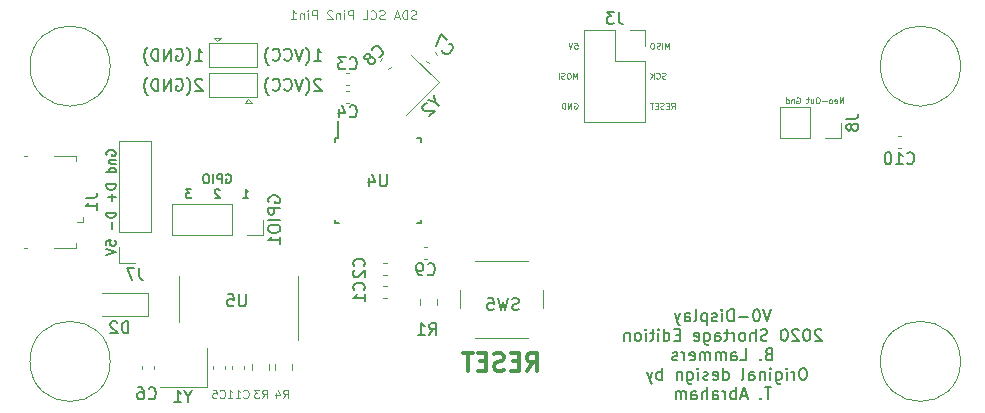
<source format=gbr>
G04 #@! TF.GenerationSoftware,KiCad,Pcbnew,(5.1.9)-1*
G04 #@! TF.CreationDate,2021-05-05T15:50:03+02:00*
G04 #@! TF.ProjectId,V0_Display,56305f44-6973-4706-9c61-792e6b696361,rev?*
G04 #@! TF.SameCoordinates,Original*
G04 #@! TF.FileFunction,Legend,Bot*
G04 #@! TF.FilePolarity,Positive*
%FSLAX46Y46*%
G04 Gerber Fmt 4.6, Leading zero omitted, Abs format (unit mm)*
G04 Created by KiCad (PCBNEW (5.1.9)-1) date 2021-05-05 15:50:03*
%MOMM*%
%LPD*%
G01*
G04 APERTURE LIST*
%ADD10C,0.100000*%
%ADD11C,0.150000*%
%ADD12C,0.120000*%
%ADD13C,0.300000*%
G04 APERTURE END LIST*
D10*
X132108857Y-56708190D02*
X132108857Y-56208190D01*
X131942190Y-56565333D01*
X131775523Y-56208190D01*
X131775523Y-56708190D01*
X131442190Y-56208190D02*
X131346952Y-56208190D01*
X131299333Y-56232000D01*
X131251714Y-56279619D01*
X131227904Y-56374857D01*
X131227904Y-56541523D01*
X131251714Y-56636761D01*
X131299333Y-56684380D01*
X131346952Y-56708190D01*
X131442190Y-56708190D01*
X131489809Y-56684380D01*
X131537428Y-56636761D01*
X131561238Y-56541523D01*
X131561238Y-56374857D01*
X131537428Y-56279619D01*
X131489809Y-56232000D01*
X131442190Y-56208190D01*
X131037428Y-56684380D02*
X130966000Y-56708190D01*
X130846952Y-56708190D01*
X130799333Y-56684380D01*
X130775523Y-56660571D01*
X130751714Y-56612952D01*
X130751714Y-56565333D01*
X130775523Y-56517714D01*
X130799333Y-56493904D01*
X130846952Y-56470095D01*
X130942190Y-56446285D01*
X130989809Y-56422476D01*
X131013619Y-56398666D01*
X131037428Y-56351047D01*
X131037428Y-56303428D01*
X131013619Y-56255809D01*
X130989809Y-56232000D01*
X130942190Y-56208190D01*
X130823143Y-56208190D01*
X130751714Y-56232000D01*
X130537428Y-56708190D02*
X130537428Y-56208190D01*
X140066190Y-59248190D02*
X140232857Y-59010095D01*
X140351904Y-59248190D02*
X140351904Y-58748190D01*
X140161428Y-58748190D01*
X140113809Y-58772000D01*
X140090000Y-58795809D01*
X140066190Y-58843428D01*
X140066190Y-58914857D01*
X140090000Y-58962476D01*
X140113809Y-58986285D01*
X140161428Y-59010095D01*
X140351904Y-59010095D01*
X139851904Y-58986285D02*
X139685238Y-58986285D01*
X139613809Y-59248190D02*
X139851904Y-59248190D01*
X139851904Y-58748190D01*
X139613809Y-58748190D01*
X139423333Y-59224380D02*
X139351904Y-59248190D01*
X139232857Y-59248190D01*
X139185238Y-59224380D01*
X139161428Y-59200571D01*
X139137619Y-59152952D01*
X139137619Y-59105333D01*
X139161428Y-59057714D01*
X139185238Y-59033904D01*
X139232857Y-59010095D01*
X139328095Y-58986285D01*
X139375714Y-58962476D01*
X139399523Y-58938666D01*
X139423333Y-58891047D01*
X139423333Y-58843428D01*
X139399523Y-58795809D01*
X139375714Y-58772000D01*
X139328095Y-58748190D01*
X139209047Y-58748190D01*
X139137619Y-58772000D01*
X138923333Y-58986285D02*
X138756666Y-58986285D01*
X138685238Y-59248190D02*
X138923333Y-59248190D01*
X138923333Y-58748190D01*
X138685238Y-58748190D01*
X138542380Y-58748190D02*
X138256666Y-58748190D01*
X138399523Y-59248190D02*
X138399523Y-58748190D01*
X139590000Y-56684380D02*
X139518571Y-56708190D01*
X139399523Y-56708190D01*
X139351904Y-56684380D01*
X139328095Y-56660571D01*
X139304285Y-56612952D01*
X139304285Y-56565333D01*
X139328095Y-56517714D01*
X139351904Y-56493904D01*
X139399523Y-56470095D01*
X139494762Y-56446285D01*
X139542381Y-56422476D01*
X139566190Y-56398666D01*
X139590000Y-56351047D01*
X139590000Y-56303428D01*
X139566190Y-56255809D01*
X139542381Y-56232000D01*
X139494762Y-56208190D01*
X139375714Y-56208190D01*
X139304285Y-56232000D01*
X138804285Y-56660571D02*
X138828095Y-56684380D01*
X138899523Y-56708190D01*
X138947143Y-56708190D01*
X139018571Y-56684380D01*
X139066190Y-56636761D01*
X139090000Y-56589142D01*
X139113809Y-56493904D01*
X139113809Y-56422476D01*
X139090000Y-56327238D01*
X139066190Y-56279619D01*
X139018571Y-56232000D01*
X138947143Y-56208190D01*
X138899523Y-56208190D01*
X138828095Y-56232000D01*
X138804285Y-56255809D01*
X138590000Y-56708190D02*
X138590000Y-56208190D01*
X138304285Y-56708190D02*
X138518571Y-56422476D01*
X138304285Y-56208190D02*
X138590000Y-56493904D01*
X139899524Y-54168190D02*
X139899524Y-53668190D01*
X139732857Y-54025333D01*
X139566190Y-53668190D01*
X139566190Y-54168190D01*
X139328095Y-54168190D02*
X139328095Y-53668190D01*
X139113810Y-54144380D02*
X139042381Y-54168190D01*
X138923333Y-54168190D01*
X138875714Y-54144380D01*
X138851905Y-54120571D01*
X138828095Y-54072952D01*
X138828095Y-54025333D01*
X138851905Y-53977714D01*
X138875714Y-53953904D01*
X138923333Y-53930095D01*
X139018571Y-53906285D01*
X139066190Y-53882476D01*
X139090000Y-53858666D01*
X139113810Y-53811047D01*
X139113810Y-53763428D01*
X139090000Y-53715809D01*
X139066190Y-53692000D01*
X139018571Y-53668190D01*
X138899524Y-53668190D01*
X138828095Y-53692000D01*
X138518571Y-53668190D02*
X138423333Y-53668190D01*
X138375714Y-53692000D01*
X138328095Y-53739619D01*
X138304286Y-53834857D01*
X138304286Y-54001523D01*
X138328095Y-54096761D01*
X138375714Y-54144380D01*
X138423333Y-54168190D01*
X138518571Y-54168190D01*
X138566190Y-54144380D01*
X138613810Y-54096761D01*
X138637619Y-54001523D01*
X138637619Y-53834857D01*
X138613810Y-53739619D01*
X138566190Y-53692000D01*
X138518571Y-53668190D01*
X131846952Y-58772000D02*
X131894571Y-58748190D01*
X131966000Y-58748190D01*
X132037428Y-58772000D01*
X132085047Y-58819619D01*
X132108857Y-58867238D01*
X132132666Y-58962476D01*
X132132666Y-59033904D01*
X132108857Y-59129142D01*
X132085047Y-59176761D01*
X132037428Y-59224380D01*
X131966000Y-59248190D01*
X131918380Y-59248190D01*
X131846952Y-59224380D01*
X131823142Y-59200571D01*
X131823142Y-59033904D01*
X131918380Y-59033904D01*
X131608857Y-59248190D02*
X131608857Y-58748190D01*
X131323142Y-59248190D01*
X131323142Y-58748190D01*
X131085047Y-59248190D02*
X131085047Y-58748190D01*
X130966000Y-58748190D01*
X130894571Y-58772000D01*
X130846952Y-58819619D01*
X130823142Y-58867238D01*
X130799333Y-58962476D01*
X130799333Y-59033904D01*
X130823142Y-59129142D01*
X130846952Y-59176761D01*
X130894571Y-59224380D01*
X130966000Y-59248190D01*
X131085047Y-59248190D01*
X131870762Y-53668190D02*
X132108857Y-53668190D01*
X132132666Y-53906285D01*
X132108857Y-53882476D01*
X132061238Y-53858666D01*
X131942190Y-53858666D01*
X131894571Y-53882476D01*
X131870762Y-53906285D01*
X131846952Y-53953904D01*
X131846952Y-54072952D01*
X131870762Y-54120571D01*
X131894571Y-54144380D01*
X131942190Y-54168190D01*
X132061238Y-54168190D01*
X132108857Y-54144380D01*
X132132666Y-54120571D01*
X131704095Y-53668190D02*
X131537428Y-54168190D01*
X131370762Y-53668190D01*
D11*
X148539047Y-76256380D02*
X148205714Y-77256380D01*
X147872380Y-76256380D01*
X147348571Y-76256380D02*
X147253333Y-76256380D01*
X147158095Y-76304000D01*
X147110476Y-76351619D01*
X147062857Y-76446857D01*
X147015238Y-76637333D01*
X147015238Y-76875428D01*
X147062857Y-77065904D01*
X147110476Y-77161142D01*
X147158095Y-77208761D01*
X147253333Y-77256380D01*
X147348571Y-77256380D01*
X147443809Y-77208761D01*
X147491428Y-77161142D01*
X147539047Y-77065904D01*
X147586666Y-76875428D01*
X147586666Y-76637333D01*
X147539047Y-76446857D01*
X147491428Y-76351619D01*
X147443809Y-76304000D01*
X147348571Y-76256380D01*
X146586666Y-76875428D02*
X145824761Y-76875428D01*
X145348571Y-77256380D02*
X145348571Y-76256380D01*
X145110476Y-76256380D01*
X144967619Y-76304000D01*
X144872380Y-76399238D01*
X144824761Y-76494476D01*
X144777142Y-76684952D01*
X144777142Y-76827809D01*
X144824761Y-77018285D01*
X144872380Y-77113523D01*
X144967619Y-77208761D01*
X145110476Y-77256380D01*
X145348571Y-77256380D01*
X144348571Y-77256380D02*
X144348571Y-76589714D01*
X144348571Y-76256380D02*
X144396190Y-76304000D01*
X144348571Y-76351619D01*
X144300952Y-76304000D01*
X144348571Y-76256380D01*
X144348571Y-76351619D01*
X143920000Y-77208761D02*
X143824761Y-77256380D01*
X143634285Y-77256380D01*
X143539047Y-77208761D01*
X143491428Y-77113523D01*
X143491428Y-77065904D01*
X143539047Y-76970666D01*
X143634285Y-76923047D01*
X143777142Y-76923047D01*
X143872380Y-76875428D01*
X143920000Y-76780190D01*
X143920000Y-76732571D01*
X143872380Y-76637333D01*
X143777142Y-76589714D01*
X143634285Y-76589714D01*
X143539047Y-76637333D01*
X143062857Y-76589714D02*
X143062857Y-77589714D01*
X143062857Y-76637333D02*
X142967619Y-76589714D01*
X142777142Y-76589714D01*
X142681904Y-76637333D01*
X142634285Y-76684952D01*
X142586666Y-76780190D01*
X142586666Y-77065904D01*
X142634285Y-77161142D01*
X142681904Y-77208761D01*
X142777142Y-77256380D01*
X142967619Y-77256380D01*
X143062857Y-77208761D01*
X142015238Y-77256380D02*
X142110476Y-77208761D01*
X142158095Y-77113523D01*
X142158095Y-76256380D01*
X141205714Y-77256380D02*
X141205714Y-76732571D01*
X141253333Y-76637333D01*
X141348571Y-76589714D01*
X141539047Y-76589714D01*
X141634285Y-76637333D01*
X141205714Y-77208761D02*
X141300952Y-77256380D01*
X141539047Y-77256380D01*
X141634285Y-77208761D01*
X141681904Y-77113523D01*
X141681904Y-77018285D01*
X141634285Y-76923047D01*
X141539047Y-76875428D01*
X141300952Y-76875428D01*
X141205714Y-76827809D01*
X140824761Y-76589714D02*
X140586666Y-77256380D01*
X140348571Y-76589714D02*
X140586666Y-77256380D01*
X140681904Y-77494476D01*
X140729523Y-77542095D01*
X140824761Y-77589714D01*
X152777142Y-78001619D02*
X152729523Y-77954000D01*
X152634285Y-77906380D01*
X152396190Y-77906380D01*
X152300952Y-77954000D01*
X152253333Y-78001619D01*
X152205714Y-78096857D01*
X152205714Y-78192095D01*
X152253333Y-78334952D01*
X152824761Y-78906380D01*
X152205714Y-78906380D01*
X151586666Y-77906380D02*
X151491428Y-77906380D01*
X151396190Y-77954000D01*
X151348571Y-78001619D01*
X151300952Y-78096857D01*
X151253333Y-78287333D01*
X151253333Y-78525428D01*
X151300952Y-78715904D01*
X151348571Y-78811142D01*
X151396190Y-78858761D01*
X151491428Y-78906380D01*
X151586666Y-78906380D01*
X151681904Y-78858761D01*
X151729523Y-78811142D01*
X151777142Y-78715904D01*
X151824761Y-78525428D01*
X151824761Y-78287333D01*
X151777142Y-78096857D01*
X151729523Y-78001619D01*
X151681904Y-77954000D01*
X151586666Y-77906380D01*
X150872380Y-78001619D02*
X150824761Y-77954000D01*
X150729523Y-77906380D01*
X150491428Y-77906380D01*
X150396190Y-77954000D01*
X150348571Y-78001619D01*
X150300952Y-78096857D01*
X150300952Y-78192095D01*
X150348571Y-78334952D01*
X150920000Y-78906380D01*
X150300952Y-78906380D01*
X149681904Y-77906380D02*
X149586666Y-77906380D01*
X149491428Y-77954000D01*
X149443809Y-78001619D01*
X149396190Y-78096857D01*
X149348571Y-78287333D01*
X149348571Y-78525428D01*
X149396190Y-78715904D01*
X149443809Y-78811142D01*
X149491428Y-78858761D01*
X149586666Y-78906380D01*
X149681904Y-78906380D01*
X149777142Y-78858761D01*
X149824761Y-78811142D01*
X149872380Y-78715904D01*
X149920000Y-78525428D01*
X149920000Y-78287333D01*
X149872380Y-78096857D01*
X149824761Y-78001619D01*
X149777142Y-77954000D01*
X149681904Y-77906380D01*
X148205714Y-78858761D02*
X148062857Y-78906380D01*
X147824761Y-78906380D01*
X147729523Y-78858761D01*
X147681904Y-78811142D01*
X147634285Y-78715904D01*
X147634285Y-78620666D01*
X147681904Y-78525428D01*
X147729523Y-78477809D01*
X147824761Y-78430190D01*
X148015238Y-78382571D01*
X148110476Y-78334952D01*
X148158095Y-78287333D01*
X148205714Y-78192095D01*
X148205714Y-78096857D01*
X148158095Y-78001619D01*
X148110476Y-77954000D01*
X148015238Y-77906380D01*
X147777142Y-77906380D01*
X147634285Y-77954000D01*
X147205714Y-78906380D02*
X147205714Y-77906380D01*
X146777142Y-78906380D02*
X146777142Y-78382571D01*
X146824761Y-78287333D01*
X146920000Y-78239714D01*
X147062857Y-78239714D01*
X147158095Y-78287333D01*
X147205714Y-78334952D01*
X146158095Y-78906380D02*
X146253333Y-78858761D01*
X146300952Y-78811142D01*
X146348571Y-78715904D01*
X146348571Y-78430190D01*
X146300952Y-78334952D01*
X146253333Y-78287333D01*
X146158095Y-78239714D01*
X146015238Y-78239714D01*
X145920000Y-78287333D01*
X145872380Y-78334952D01*
X145824761Y-78430190D01*
X145824761Y-78715904D01*
X145872380Y-78811142D01*
X145920000Y-78858761D01*
X146015238Y-78906380D01*
X146158095Y-78906380D01*
X145396190Y-78906380D02*
X145396190Y-78239714D01*
X145396190Y-78430190D02*
X145348571Y-78334952D01*
X145300952Y-78287333D01*
X145205714Y-78239714D01*
X145110476Y-78239714D01*
X144920000Y-78239714D02*
X144539047Y-78239714D01*
X144777142Y-77906380D02*
X144777142Y-78763523D01*
X144729523Y-78858761D01*
X144634285Y-78906380D01*
X144539047Y-78906380D01*
X143777142Y-78906380D02*
X143777142Y-78382571D01*
X143824761Y-78287333D01*
X143920000Y-78239714D01*
X144110476Y-78239714D01*
X144205714Y-78287333D01*
X143777142Y-78858761D02*
X143872380Y-78906380D01*
X144110476Y-78906380D01*
X144205714Y-78858761D01*
X144253333Y-78763523D01*
X144253333Y-78668285D01*
X144205714Y-78573047D01*
X144110476Y-78525428D01*
X143872380Y-78525428D01*
X143777142Y-78477809D01*
X142872380Y-78239714D02*
X142872380Y-79049238D01*
X142920000Y-79144476D01*
X142967619Y-79192095D01*
X143062857Y-79239714D01*
X143205714Y-79239714D01*
X143300952Y-79192095D01*
X142872380Y-78858761D02*
X142967619Y-78906380D01*
X143158095Y-78906380D01*
X143253333Y-78858761D01*
X143300952Y-78811142D01*
X143348571Y-78715904D01*
X143348571Y-78430190D01*
X143300952Y-78334952D01*
X143253333Y-78287333D01*
X143158095Y-78239714D01*
X142967619Y-78239714D01*
X142872380Y-78287333D01*
X142015238Y-78858761D02*
X142110476Y-78906380D01*
X142300952Y-78906380D01*
X142396190Y-78858761D01*
X142443809Y-78763523D01*
X142443809Y-78382571D01*
X142396190Y-78287333D01*
X142300952Y-78239714D01*
X142110476Y-78239714D01*
X142015238Y-78287333D01*
X141967619Y-78382571D01*
X141967619Y-78477809D01*
X142443809Y-78573047D01*
X140777142Y-78382571D02*
X140443809Y-78382571D01*
X140300952Y-78906380D02*
X140777142Y-78906380D01*
X140777142Y-77906380D01*
X140300952Y-77906380D01*
X139443809Y-78906380D02*
X139443809Y-77906380D01*
X139443809Y-78858761D02*
X139539047Y-78906380D01*
X139729523Y-78906380D01*
X139824761Y-78858761D01*
X139872380Y-78811142D01*
X139920000Y-78715904D01*
X139920000Y-78430190D01*
X139872380Y-78334952D01*
X139824761Y-78287333D01*
X139729523Y-78239714D01*
X139539047Y-78239714D01*
X139443809Y-78287333D01*
X138967619Y-78906380D02*
X138967619Y-78239714D01*
X138967619Y-77906380D02*
X139015238Y-77954000D01*
X138967619Y-78001619D01*
X138920000Y-77954000D01*
X138967619Y-77906380D01*
X138967619Y-78001619D01*
X138634285Y-78239714D02*
X138253333Y-78239714D01*
X138491428Y-77906380D02*
X138491428Y-78763523D01*
X138443809Y-78858761D01*
X138348571Y-78906380D01*
X138253333Y-78906380D01*
X137920000Y-78906380D02*
X137920000Y-78239714D01*
X137920000Y-77906380D02*
X137967619Y-77954000D01*
X137920000Y-78001619D01*
X137872380Y-77954000D01*
X137920000Y-77906380D01*
X137920000Y-78001619D01*
X137300952Y-78906380D02*
X137396190Y-78858761D01*
X137443809Y-78811142D01*
X137491428Y-78715904D01*
X137491428Y-78430190D01*
X137443809Y-78334952D01*
X137396190Y-78287333D01*
X137300952Y-78239714D01*
X137158095Y-78239714D01*
X137062857Y-78287333D01*
X137015238Y-78334952D01*
X136967619Y-78430190D01*
X136967619Y-78715904D01*
X137015238Y-78811142D01*
X137062857Y-78858761D01*
X137158095Y-78906380D01*
X137300952Y-78906380D01*
X136539047Y-78239714D02*
X136539047Y-78906380D01*
X136539047Y-78334952D02*
X136491428Y-78287333D01*
X136396190Y-78239714D01*
X136253333Y-78239714D01*
X136158095Y-78287333D01*
X136110476Y-78382571D01*
X136110476Y-78906380D01*
X148300952Y-80032571D02*
X148158095Y-80080190D01*
X148110476Y-80127809D01*
X148062857Y-80223047D01*
X148062857Y-80365904D01*
X148110476Y-80461142D01*
X148158095Y-80508761D01*
X148253333Y-80556380D01*
X148634285Y-80556380D01*
X148634285Y-79556380D01*
X148300952Y-79556380D01*
X148205714Y-79604000D01*
X148158095Y-79651619D01*
X148110476Y-79746857D01*
X148110476Y-79842095D01*
X148158095Y-79937333D01*
X148205714Y-79984952D01*
X148300952Y-80032571D01*
X148634285Y-80032571D01*
X147634285Y-80461142D02*
X147586666Y-80508761D01*
X147634285Y-80556380D01*
X147681904Y-80508761D01*
X147634285Y-80461142D01*
X147634285Y-80556380D01*
X145920000Y-80556380D02*
X146396190Y-80556380D01*
X146396190Y-79556380D01*
X145158095Y-80556380D02*
X145158095Y-80032571D01*
X145205714Y-79937333D01*
X145300952Y-79889714D01*
X145491428Y-79889714D01*
X145586666Y-79937333D01*
X145158095Y-80508761D02*
X145253333Y-80556380D01*
X145491428Y-80556380D01*
X145586666Y-80508761D01*
X145634285Y-80413523D01*
X145634285Y-80318285D01*
X145586666Y-80223047D01*
X145491428Y-80175428D01*
X145253333Y-80175428D01*
X145158095Y-80127809D01*
X144681904Y-80556380D02*
X144681904Y-79889714D01*
X144681904Y-79984952D02*
X144634285Y-79937333D01*
X144539047Y-79889714D01*
X144396190Y-79889714D01*
X144300952Y-79937333D01*
X144253333Y-80032571D01*
X144253333Y-80556380D01*
X144253333Y-80032571D02*
X144205714Y-79937333D01*
X144110476Y-79889714D01*
X143967619Y-79889714D01*
X143872380Y-79937333D01*
X143824761Y-80032571D01*
X143824761Y-80556380D01*
X143348571Y-80556380D02*
X143348571Y-79889714D01*
X143348571Y-79984952D02*
X143300952Y-79937333D01*
X143205714Y-79889714D01*
X143062857Y-79889714D01*
X142967619Y-79937333D01*
X142920000Y-80032571D01*
X142920000Y-80556380D01*
X142920000Y-80032571D02*
X142872380Y-79937333D01*
X142777142Y-79889714D01*
X142634285Y-79889714D01*
X142539047Y-79937333D01*
X142491428Y-80032571D01*
X142491428Y-80556380D01*
X141634285Y-80508761D02*
X141729523Y-80556380D01*
X141920000Y-80556380D01*
X142015238Y-80508761D01*
X142062857Y-80413523D01*
X142062857Y-80032571D01*
X142015238Y-79937333D01*
X141920000Y-79889714D01*
X141729523Y-79889714D01*
X141634285Y-79937333D01*
X141586666Y-80032571D01*
X141586666Y-80127809D01*
X142062857Y-80223047D01*
X141158095Y-80556380D02*
X141158095Y-79889714D01*
X141158095Y-80080190D02*
X141110476Y-79984952D01*
X141062857Y-79937333D01*
X140967619Y-79889714D01*
X140872380Y-79889714D01*
X140586666Y-80508761D02*
X140491428Y-80556380D01*
X140300952Y-80556380D01*
X140205714Y-80508761D01*
X140158095Y-80413523D01*
X140158095Y-80365904D01*
X140205714Y-80270666D01*
X140300952Y-80223047D01*
X140443809Y-80223047D01*
X140539047Y-80175428D01*
X140586666Y-80080190D01*
X140586666Y-80032571D01*
X140539047Y-79937333D01*
X140443809Y-79889714D01*
X140300952Y-79889714D01*
X140205714Y-79937333D01*
X151324761Y-81206380D02*
X151134285Y-81206380D01*
X151039047Y-81254000D01*
X150943809Y-81349238D01*
X150896190Y-81539714D01*
X150896190Y-81873047D01*
X150943809Y-82063523D01*
X151039047Y-82158761D01*
X151134285Y-82206380D01*
X151324761Y-82206380D01*
X151420000Y-82158761D01*
X151515238Y-82063523D01*
X151562857Y-81873047D01*
X151562857Y-81539714D01*
X151515238Y-81349238D01*
X151420000Y-81254000D01*
X151324761Y-81206380D01*
X150467619Y-82206380D02*
X150467619Y-81539714D01*
X150467619Y-81730190D02*
X150420000Y-81634952D01*
X150372380Y-81587333D01*
X150277142Y-81539714D01*
X150181904Y-81539714D01*
X149848571Y-82206380D02*
X149848571Y-81539714D01*
X149848571Y-81206380D02*
X149896190Y-81254000D01*
X149848571Y-81301619D01*
X149800952Y-81254000D01*
X149848571Y-81206380D01*
X149848571Y-81301619D01*
X148943809Y-81539714D02*
X148943809Y-82349238D01*
X148991428Y-82444476D01*
X149039047Y-82492095D01*
X149134285Y-82539714D01*
X149277142Y-82539714D01*
X149372380Y-82492095D01*
X148943809Y-82158761D02*
X149039047Y-82206380D01*
X149229523Y-82206380D01*
X149324761Y-82158761D01*
X149372380Y-82111142D01*
X149420000Y-82015904D01*
X149420000Y-81730190D01*
X149372380Y-81634952D01*
X149324761Y-81587333D01*
X149229523Y-81539714D01*
X149039047Y-81539714D01*
X148943809Y-81587333D01*
X148467619Y-82206380D02*
X148467619Y-81539714D01*
X148467619Y-81206380D02*
X148515238Y-81254000D01*
X148467619Y-81301619D01*
X148420000Y-81254000D01*
X148467619Y-81206380D01*
X148467619Y-81301619D01*
X147991428Y-81539714D02*
X147991428Y-82206380D01*
X147991428Y-81634952D02*
X147943809Y-81587333D01*
X147848571Y-81539714D01*
X147705714Y-81539714D01*
X147610476Y-81587333D01*
X147562857Y-81682571D01*
X147562857Y-82206380D01*
X146658095Y-82206380D02*
X146658095Y-81682571D01*
X146705714Y-81587333D01*
X146800952Y-81539714D01*
X146991428Y-81539714D01*
X147086666Y-81587333D01*
X146658095Y-82158761D02*
X146753333Y-82206380D01*
X146991428Y-82206380D01*
X147086666Y-82158761D01*
X147134285Y-82063523D01*
X147134285Y-81968285D01*
X147086666Y-81873047D01*
X146991428Y-81825428D01*
X146753333Y-81825428D01*
X146658095Y-81777809D01*
X146039047Y-82206380D02*
X146134285Y-82158761D01*
X146181904Y-82063523D01*
X146181904Y-81206380D01*
X144467619Y-82206380D02*
X144467619Y-81206380D01*
X144467619Y-82158761D02*
X144562857Y-82206380D01*
X144753333Y-82206380D01*
X144848571Y-82158761D01*
X144896190Y-82111142D01*
X144943809Y-82015904D01*
X144943809Y-81730190D01*
X144896190Y-81634952D01*
X144848571Y-81587333D01*
X144753333Y-81539714D01*
X144562857Y-81539714D01*
X144467619Y-81587333D01*
X143610476Y-82158761D02*
X143705714Y-82206380D01*
X143896190Y-82206380D01*
X143991428Y-82158761D01*
X144039047Y-82063523D01*
X144039047Y-81682571D01*
X143991428Y-81587333D01*
X143896190Y-81539714D01*
X143705714Y-81539714D01*
X143610476Y-81587333D01*
X143562857Y-81682571D01*
X143562857Y-81777809D01*
X144039047Y-81873047D01*
X143181904Y-82158761D02*
X143086666Y-82206380D01*
X142896190Y-82206380D01*
X142800952Y-82158761D01*
X142753333Y-82063523D01*
X142753333Y-82015904D01*
X142800952Y-81920666D01*
X142896190Y-81873047D01*
X143039047Y-81873047D01*
X143134285Y-81825428D01*
X143181904Y-81730190D01*
X143181904Y-81682571D01*
X143134285Y-81587333D01*
X143039047Y-81539714D01*
X142896190Y-81539714D01*
X142800952Y-81587333D01*
X142324761Y-82206380D02*
X142324761Y-81539714D01*
X142324761Y-81206380D02*
X142372380Y-81254000D01*
X142324761Y-81301619D01*
X142277142Y-81254000D01*
X142324761Y-81206380D01*
X142324761Y-81301619D01*
X141420000Y-81539714D02*
X141420000Y-82349238D01*
X141467619Y-82444476D01*
X141515238Y-82492095D01*
X141610476Y-82539714D01*
X141753333Y-82539714D01*
X141848571Y-82492095D01*
X141420000Y-82158761D02*
X141515238Y-82206380D01*
X141705714Y-82206380D01*
X141800952Y-82158761D01*
X141848571Y-82111142D01*
X141896190Y-82015904D01*
X141896190Y-81730190D01*
X141848571Y-81634952D01*
X141800952Y-81587333D01*
X141705714Y-81539714D01*
X141515238Y-81539714D01*
X141420000Y-81587333D01*
X140943809Y-81539714D02*
X140943809Y-82206380D01*
X140943809Y-81634952D02*
X140896190Y-81587333D01*
X140800952Y-81539714D01*
X140658095Y-81539714D01*
X140562857Y-81587333D01*
X140515238Y-81682571D01*
X140515238Y-82206380D01*
X139277142Y-82206380D02*
X139277142Y-81206380D01*
X139277142Y-81587333D02*
X139181904Y-81539714D01*
X138991428Y-81539714D01*
X138896190Y-81587333D01*
X138848571Y-81634952D01*
X138800952Y-81730190D01*
X138800952Y-82015904D01*
X138848571Y-82111142D01*
X138896190Y-82158761D01*
X138991428Y-82206380D01*
X139181904Y-82206380D01*
X139277142Y-82158761D01*
X138467619Y-81539714D02*
X138229523Y-82206380D01*
X137991428Y-81539714D02*
X138229523Y-82206380D01*
X138324761Y-82444476D01*
X138372380Y-82492095D01*
X138467619Y-82539714D01*
X148539047Y-82856380D02*
X147967619Y-82856380D01*
X148253333Y-83856380D02*
X148253333Y-82856380D01*
X147634285Y-83761142D02*
X147586666Y-83808761D01*
X147634285Y-83856380D01*
X147681904Y-83808761D01*
X147634285Y-83761142D01*
X147634285Y-83856380D01*
X146443809Y-83570666D02*
X145967619Y-83570666D01*
X146539047Y-83856380D02*
X146205714Y-82856380D01*
X145872380Y-83856380D01*
X145539047Y-83856380D02*
X145539047Y-82856380D01*
X145539047Y-83237333D02*
X145443809Y-83189714D01*
X145253333Y-83189714D01*
X145158095Y-83237333D01*
X145110476Y-83284952D01*
X145062857Y-83380190D01*
X145062857Y-83665904D01*
X145110476Y-83761142D01*
X145158095Y-83808761D01*
X145253333Y-83856380D01*
X145443809Y-83856380D01*
X145539047Y-83808761D01*
X144634285Y-83856380D02*
X144634285Y-83189714D01*
X144634285Y-83380190D02*
X144586666Y-83284952D01*
X144539047Y-83237333D01*
X144443809Y-83189714D01*
X144348571Y-83189714D01*
X143586666Y-83856380D02*
X143586666Y-83332571D01*
X143634285Y-83237333D01*
X143729523Y-83189714D01*
X143920000Y-83189714D01*
X144015238Y-83237333D01*
X143586666Y-83808761D02*
X143681904Y-83856380D01*
X143920000Y-83856380D01*
X144015238Y-83808761D01*
X144062857Y-83713523D01*
X144062857Y-83618285D01*
X144015238Y-83523047D01*
X143920000Y-83475428D01*
X143681904Y-83475428D01*
X143586666Y-83427809D01*
X143110476Y-83856380D02*
X143110476Y-82856380D01*
X142681904Y-83856380D02*
X142681904Y-83332571D01*
X142729523Y-83237333D01*
X142824761Y-83189714D01*
X142967619Y-83189714D01*
X143062857Y-83237333D01*
X143110476Y-83284952D01*
X141777142Y-83856380D02*
X141777142Y-83332571D01*
X141824761Y-83237333D01*
X141920000Y-83189714D01*
X142110476Y-83189714D01*
X142205714Y-83237333D01*
X141777142Y-83808761D02*
X141872380Y-83856380D01*
X142110476Y-83856380D01*
X142205714Y-83808761D01*
X142253333Y-83713523D01*
X142253333Y-83618285D01*
X142205714Y-83523047D01*
X142110476Y-83475428D01*
X141872380Y-83475428D01*
X141777142Y-83427809D01*
X141300952Y-83856380D02*
X141300952Y-83189714D01*
X141300952Y-83284952D02*
X141253333Y-83237333D01*
X141158095Y-83189714D01*
X141015238Y-83189714D01*
X140920000Y-83237333D01*
X140872380Y-83332571D01*
X140872380Y-83856380D01*
X140872380Y-83332571D02*
X140824761Y-83237333D01*
X140729523Y-83189714D01*
X140586666Y-83189714D01*
X140491428Y-83237333D01*
X140443809Y-83332571D01*
X140443809Y-83856380D01*
D10*
X154621666Y-58791190D02*
X154621666Y-58291190D01*
X154335952Y-58791190D01*
X154335952Y-58291190D01*
X153907380Y-58767380D02*
X153955000Y-58791190D01*
X154050238Y-58791190D01*
X154097857Y-58767380D01*
X154121666Y-58719761D01*
X154121666Y-58529285D01*
X154097857Y-58481666D01*
X154050238Y-58457857D01*
X153955000Y-58457857D01*
X153907380Y-58481666D01*
X153883571Y-58529285D01*
X153883571Y-58576904D01*
X154121666Y-58624523D01*
X153597857Y-58791190D02*
X153645476Y-58767380D01*
X153669285Y-58743571D01*
X153693095Y-58695952D01*
X153693095Y-58553095D01*
X153669285Y-58505476D01*
X153645476Y-58481666D01*
X153597857Y-58457857D01*
X153526428Y-58457857D01*
X153478809Y-58481666D01*
X153455000Y-58505476D01*
X153431190Y-58553095D01*
X153431190Y-58695952D01*
X153455000Y-58743571D01*
X153478809Y-58767380D01*
X153526428Y-58791190D01*
X153597857Y-58791190D01*
X153216904Y-58600714D02*
X152835952Y-58600714D01*
X152502619Y-58291190D02*
X152407380Y-58291190D01*
X152359761Y-58315000D01*
X152312142Y-58362619D01*
X152288333Y-58457857D01*
X152288333Y-58624523D01*
X152312142Y-58719761D01*
X152359761Y-58767380D01*
X152407380Y-58791190D01*
X152502619Y-58791190D01*
X152550238Y-58767380D01*
X152597857Y-58719761D01*
X152621666Y-58624523D01*
X152621666Y-58457857D01*
X152597857Y-58362619D01*
X152550238Y-58315000D01*
X152502619Y-58291190D01*
X151859761Y-58457857D02*
X151859761Y-58791190D01*
X152074047Y-58457857D02*
X152074047Y-58719761D01*
X152050238Y-58767380D01*
X152002619Y-58791190D01*
X151931190Y-58791190D01*
X151883571Y-58767380D01*
X151859761Y-58743571D01*
X151693095Y-58457857D02*
X151502619Y-58457857D01*
X151621666Y-58291190D02*
X151621666Y-58719761D01*
X151597857Y-58767380D01*
X151550238Y-58791190D01*
X151502619Y-58791190D01*
X150693095Y-58315000D02*
X150740714Y-58291190D01*
X150812142Y-58291190D01*
X150883571Y-58315000D01*
X150931190Y-58362619D01*
X150955000Y-58410238D01*
X150978809Y-58505476D01*
X150978809Y-58576904D01*
X150955000Y-58672142D01*
X150931190Y-58719761D01*
X150883571Y-58767380D01*
X150812142Y-58791190D01*
X150764523Y-58791190D01*
X150693095Y-58767380D01*
X150669285Y-58743571D01*
X150669285Y-58576904D01*
X150764523Y-58576904D01*
X150455000Y-58457857D02*
X150455000Y-58791190D01*
X150455000Y-58505476D02*
X150431190Y-58481666D01*
X150383571Y-58457857D01*
X150312142Y-58457857D01*
X150264523Y-58481666D01*
X150240714Y-58529285D01*
X150240714Y-58791190D01*
X149788333Y-58791190D02*
X149788333Y-58291190D01*
X149788333Y-58767380D02*
X149835952Y-58791190D01*
X149931190Y-58791190D01*
X149978809Y-58767380D01*
X150002619Y-58743571D01*
X150026428Y-58695952D01*
X150026428Y-58553095D01*
X150002619Y-58505476D01*
X149978809Y-58481666D01*
X149931190Y-58457857D01*
X149835952Y-58457857D01*
X149788333Y-58481666D01*
D11*
X110410952Y-56817619D02*
X110363333Y-56770000D01*
X110268095Y-56722380D01*
X110030000Y-56722380D01*
X109934761Y-56770000D01*
X109887142Y-56817619D01*
X109839523Y-56912857D01*
X109839523Y-57008095D01*
X109887142Y-57150952D01*
X110458571Y-57722380D01*
X109839523Y-57722380D01*
X109125238Y-58103333D02*
X109172857Y-58055714D01*
X109268095Y-57912857D01*
X109315714Y-57817619D01*
X109363333Y-57674761D01*
X109410952Y-57436666D01*
X109410952Y-57246190D01*
X109363333Y-57008095D01*
X109315714Y-56865238D01*
X109268095Y-56770000D01*
X109172857Y-56627142D01*
X109125238Y-56579523D01*
X108887142Y-56722380D02*
X108553809Y-57722380D01*
X108220476Y-56722380D01*
X107315714Y-57627142D02*
X107363333Y-57674761D01*
X107506190Y-57722380D01*
X107601428Y-57722380D01*
X107744285Y-57674761D01*
X107839523Y-57579523D01*
X107887142Y-57484285D01*
X107934761Y-57293809D01*
X107934761Y-57150952D01*
X107887142Y-56960476D01*
X107839523Y-56865238D01*
X107744285Y-56770000D01*
X107601428Y-56722380D01*
X107506190Y-56722380D01*
X107363333Y-56770000D01*
X107315714Y-56817619D01*
X106315714Y-57627142D02*
X106363333Y-57674761D01*
X106506190Y-57722380D01*
X106601428Y-57722380D01*
X106744285Y-57674761D01*
X106839523Y-57579523D01*
X106887142Y-57484285D01*
X106934761Y-57293809D01*
X106934761Y-57150952D01*
X106887142Y-56960476D01*
X106839523Y-56865238D01*
X106744285Y-56770000D01*
X106601428Y-56722380D01*
X106506190Y-56722380D01*
X106363333Y-56770000D01*
X106315714Y-56817619D01*
X105982380Y-58103333D02*
X105934761Y-58055714D01*
X105839523Y-57912857D01*
X105791904Y-57817619D01*
X105744285Y-57674761D01*
X105696666Y-57436666D01*
X105696666Y-57246190D01*
X105744285Y-57008095D01*
X105791904Y-56865238D01*
X105839523Y-56770000D01*
X105934761Y-56627142D01*
X105982380Y-56579523D01*
X109839523Y-55182380D02*
X110410952Y-55182380D01*
X110125238Y-55182380D02*
X110125238Y-54182380D01*
X110220476Y-54325238D01*
X110315714Y-54420476D01*
X110410952Y-54468095D01*
X109125238Y-55563333D02*
X109172857Y-55515714D01*
X109268095Y-55372857D01*
X109315714Y-55277619D01*
X109363333Y-55134761D01*
X109410952Y-54896666D01*
X109410952Y-54706190D01*
X109363333Y-54468095D01*
X109315714Y-54325238D01*
X109268095Y-54230000D01*
X109172857Y-54087142D01*
X109125238Y-54039523D01*
X108887142Y-54182380D02*
X108553809Y-55182380D01*
X108220476Y-54182380D01*
X107315714Y-55087142D02*
X107363333Y-55134761D01*
X107506190Y-55182380D01*
X107601428Y-55182380D01*
X107744285Y-55134761D01*
X107839523Y-55039523D01*
X107887142Y-54944285D01*
X107934761Y-54753809D01*
X107934761Y-54610952D01*
X107887142Y-54420476D01*
X107839523Y-54325238D01*
X107744285Y-54230000D01*
X107601428Y-54182380D01*
X107506190Y-54182380D01*
X107363333Y-54230000D01*
X107315714Y-54277619D01*
X106315714Y-55087142D02*
X106363333Y-55134761D01*
X106506190Y-55182380D01*
X106601428Y-55182380D01*
X106744285Y-55134761D01*
X106839523Y-55039523D01*
X106887142Y-54944285D01*
X106934761Y-54753809D01*
X106934761Y-54610952D01*
X106887142Y-54420476D01*
X106839523Y-54325238D01*
X106744285Y-54230000D01*
X106601428Y-54182380D01*
X106506190Y-54182380D01*
X106363333Y-54230000D01*
X106315714Y-54277619D01*
X105982380Y-55563333D02*
X105934761Y-55515714D01*
X105839523Y-55372857D01*
X105791904Y-55277619D01*
X105744285Y-55134761D01*
X105696666Y-54896666D01*
X105696666Y-54706190D01*
X105744285Y-54468095D01*
X105791904Y-54325238D01*
X105839523Y-54230000D01*
X105934761Y-54087142D01*
X105982380Y-54039523D01*
X100346190Y-56817619D02*
X100298571Y-56770000D01*
X100203333Y-56722380D01*
X99965238Y-56722380D01*
X99870000Y-56770000D01*
X99822380Y-56817619D01*
X99774761Y-56912857D01*
X99774761Y-57008095D01*
X99822380Y-57150952D01*
X100393809Y-57722380D01*
X99774761Y-57722380D01*
X99060476Y-58103333D02*
X99108095Y-58055714D01*
X99203333Y-57912857D01*
X99250952Y-57817619D01*
X99298571Y-57674761D01*
X99346190Y-57436666D01*
X99346190Y-57246190D01*
X99298571Y-57008095D01*
X99250952Y-56865238D01*
X99203333Y-56770000D01*
X99108095Y-56627142D01*
X99060476Y-56579523D01*
X98155714Y-56770000D02*
X98250952Y-56722380D01*
X98393809Y-56722380D01*
X98536666Y-56770000D01*
X98631904Y-56865238D01*
X98679523Y-56960476D01*
X98727142Y-57150952D01*
X98727142Y-57293809D01*
X98679523Y-57484285D01*
X98631904Y-57579523D01*
X98536666Y-57674761D01*
X98393809Y-57722380D01*
X98298571Y-57722380D01*
X98155714Y-57674761D01*
X98108095Y-57627142D01*
X98108095Y-57293809D01*
X98298571Y-57293809D01*
X97679523Y-57722380D02*
X97679523Y-56722380D01*
X97108095Y-57722380D01*
X97108095Y-56722380D01*
X96631904Y-57722380D02*
X96631904Y-56722380D01*
X96393809Y-56722380D01*
X96250952Y-56770000D01*
X96155714Y-56865238D01*
X96108095Y-56960476D01*
X96060476Y-57150952D01*
X96060476Y-57293809D01*
X96108095Y-57484285D01*
X96155714Y-57579523D01*
X96250952Y-57674761D01*
X96393809Y-57722380D01*
X96631904Y-57722380D01*
X95727142Y-58103333D02*
X95679523Y-58055714D01*
X95584285Y-57912857D01*
X95536666Y-57817619D01*
X95489047Y-57674761D01*
X95441428Y-57436666D01*
X95441428Y-57246190D01*
X95489047Y-57008095D01*
X95536666Y-56865238D01*
X95584285Y-56770000D01*
X95679523Y-56627142D01*
X95727142Y-56579523D01*
X99774761Y-55182380D02*
X100346190Y-55182380D01*
X100060476Y-55182380D02*
X100060476Y-54182380D01*
X100155714Y-54325238D01*
X100250952Y-54420476D01*
X100346190Y-54468095D01*
X99060476Y-55563333D02*
X99108095Y-55515714D01*
X99203333Y-55372857D01*
X99250952Y-55277619D01*
X99298571Y-55134761D01*
X99346190Y-54896666D01*
X99346190Y-54706190D01*
X99298571Y-54468095D01*
X99250952Y-54325238D01*
X99203333Y-54230000D01*
X99108095Y-54087142D01*
X99060476Y-54039523D01*
X98155714Y-54230000D02*
X98250952Y-54182380D01*
X98393809Y-54182380D01*
X98536666Y-54230000D01*
X98631904Y-54325238D01*
X98679523Y-54420476D01*
X98727142Y-54610952D01*
X98727142Y-54753809D01*
X98679523Y-54944285D01*
X98631904Y-55039523D01*
X98536666Y-55134761D01*
X98393809Y-55182380D01*
X98298571Y-55182380D01*
X98155714Y-55134761D01*
X98108095Y-55087142D01*
X98108095Y-54753809D01*
X98298571Y-54753809D01*
X97679523Y-55182380D02*
X97679523Y-54182380D01*
X97108095Y-55182380D01*
X97108095Y-54182380D01*
X96631904Y-55182380D02*
X96631904Y-54182380D01*
X96393809Y-54182380D01*
X96250952Y-54230000D01*
X96155714Y-54325238D01*
X96108095Y-54420476D01*
X96060476Y-54610952D01*
X96060476Y-54753809D01*
X96108095Y-54944285D01*
X96155714Y-55039523D01*
X96250952Y-55134761D01*
X96393809Y-55182380D01*
X96631904Y-55182380D01*
X95727142Y-55563333D02*
X95679523Y-55515714D01*
X95584285Y-55372857D01*
X95536666Y-55277619D01*
X95489047Y-55134761D01*
X95441428Y-54896666D01*
X95441428Y-54706190D01*
X95489047Y-54468095D01*
X95536666Y-54325238D01*
X95584285Y-54230000D01*
X95679523Y-54087142D01*
X95727142Y-54039523D01*
X102370000Y-64837500D02*
X102441428Y-64801785D01*
X102548571Y-64801785D01*
X102655714Y-64837500D01*
X102727142Y-64908928D01*
X102762857Y-64980357D01*
X102798571Y-65123214D01*
X102798571Y-65230357D01*
X102762857Y-65373214D01*
X102727142Y-65444642D01*
X102655714Y-65516071D01*
X102548571Y-65551785D01*
X102477142Y-65551785D01*
X102370000Y-65516071D01*
X102334285Y-65480357D01*
X102334285Y-65230357D01*
X102477142Y-65230357D01*
X102012857Y-65551785D02*
X102012857Y-64801785D01*
X101727142Y-64801785D01*
X101655714Y-64837500D01*
X101620000Y-64873214D01*
X101584285Y-64944642D01*
X101584285Y-65051785D01*
X101620000Y-65123214D01*
X101655714Y-65158928D01*
X101727142Y-65194642D01*
X102012857Y-65194642D01*
X101262857Y-65551785D02*
X101262857Y-64801785D01*
X100762857Y-64801785D02*
X100620000Y-64801785D01*
X100548571Y-64837500D01*
X100477142Y-64908928D01*
X100441428Y-65051785D01*
X100441428Y-65301785D01*
X100477142Y-65444642D01*
X100548571Y-65516071D01*
X100620000Y-65551785D01*
X100762857Y-65551785D01*
X100834285Y-65516071D01*
X100905714Y-65444642D01*
X100941428Y-65301785D01*
X100941428Y-65051785D01*
X100905714Y-64908928D01*
X100834285Y-64837500D01*
X100762857Y-64801785D01*
X103834285Y-66826785D02*
X104262857Y-66826785D01*
X104048571Y-66826785D02*
X104048571Y-66076785D01*
X104120000Y-66183928D01*
X104191428Y-66255357D01*
X104262857Y-66291071D01*
X101834285Y-66148214D02*
X101798571Y-66112500D01*
X101727142Y-66076785D01*
X101548571Y-66076785D01*
X101477142Y-66112500D01*
X101441428Y-66148214D01*
X101405714Y-66219642D01*
X101405714Y-66291071D01*
X101441428Y-66398214D01*
X101870000Y-66826785D01*
X101405714Y-66826785D01*
X99441428Y-66076785D02*
X98977142Y-66076785D01*
X99227142Y-66362500D01*
X99120000Y-66362500D01*
X99048571Y-66398214D01*
X99012857Y-66433928D01*
X98977142Y-66505357D01*
X98977142Y-66683928D01*
X99012857Y-66755357D01*
X99048571Y-66791071D01*
X99120000Y-66826785D01*
X99334285Y-66826785D01*
X99405714Y-66791071D01*
X99441428Y-66755357D01*
X92270000Y-63207142D02*
X92231904Y-63130952D01*
X92231904Y-63016666D01*
X92270000Y-62902380D01*
X92346190Y-62826190D01*
X92422380Y-62788095D01*
X92574761Y-62750000D01*
X92689047Y-62750000D01*
X92841428Y-62788095D01*
X92917619Y-62826190D01*
X92993809Y-62902380D01*
X93031904Y-63016666D01*
X93031904Y-63092857D01*
X92993809Y-63207142D01*
X92955714Y-63245238D01*
X92689047Y-63245238D01*
X92689047Y-63092857D01*
X92498571Y-63588095D02*
X93031904Y-63588095D01*
X92574761Y-63588095D02*
X92536666Y-63626190D01*
X92498571Y-63702380D01*
X92498571Y-63816666D01*
X92536666Y-63892857D01*
X92612857Y-63930952D01*
X93031904Y-63930952D01*
X93031904Y-64654761D02*
X92231904Y-64654761D01*
X92993809Y-64654761D02*
X93031904Y-64578571D01*
X93031904Y-64426190D01*
X92993809Y-64350000D01*
X92955714Y-64311904D01*
X92879523Y-64273809D01*
X92650952Y-64273809D01*
X92574761Y-64311904D01*
X92536666Y-64350000D01*
X92498571Y-64426190D01*
X92498571Y-64578571D01*
X92536666Y-64654761D01*
X93031904Y-65645238D02*
X92231904Y-65645238D01*
X92231904Y-65835714D01*
X92270000Y-65950000D01*
X92346190Y-66026190D01*
X92422380Y-66064285D01*
X92574761Y-66102380D01*
X92689047Y-66102380D01*
X92841428Y-66064285D01*
X92917619Y-66026190D01*
X92993809Y-65950000D01*
X93031904Y-65835714D01*
X93031904Y-65645238D01*
X92727142Y-66445238D02*
X92727142Y-67054761D01*
X93031904Y-66750000D02*
X92422380Y-66750000D01*
X93031904Y-68045238D02*
X92231904Y-68045238D01*
X92231904Y-68235714D01*
X92270000Y-68350000D01*
X92346190Y-68426190D01*
X92422380Y-68464285D01*
X92574761Y-68502380D01*
X92689047Y-68502380D01*
X92841428Y-68464285D01*
X92917619Y-68426190D01*
X92993809Y-68350000D01*
X93031904Y-68235714D01*
X93031904Y-68045238D01*
X92727142Y-68845238D02*
X92727142Y-69454761D01*
X92231904Y-70826190D02*
X92231904Y-70445238D01*
X92612857Y-70407142D01*
X92574761Y-70445238D01*
X92536666Y-70521428D01*
X92536666Y-70711904D01*
X92574761Y-70788095D01*
X92612857Y-70826190D01*
X92689047Y-70864285D01*
X92879523Y-70864285D01*
X92955714Y-70826190D01*
X92993809Y-70788095D01*
X93031904Y-70711904D01*
X93031904Y-70521428D01*
X92993809Y-70445238D01*
X92955714Y-70407142D01*
X92231904Y-71092857D02*
X93031904Y-71359523D01*
X92231904Y-71626190D01*
D12*
X164564113Y-55650000D02*
G75*
G03*
X164564113Y-55650000I-3394113J0D01*
G01*
X164564113Y-80650000D02*
G75*
G03*
X164564113Y-80650000I-3394113J0D01*
G01*
X92564113Y-80650000D02*
G75*
G03*
X92564113Y-80650000I-3394113J0D01*
G01*
X92564113Y-55650000D02*
G75*
G03*
X92564113Y-55650000I-3394113J0D01*
G01*
D10*
X118473571Y-51651571D02*
X118366428Y-51687285D01*
X118187857Y-51687285D01*
X118116428Y-51651571D01*
X118080714Y-51615857D01*
X118045000Y-51544428D01*
X118045000Y-51473000D01*
X118080714Y-51401571D01*
X118116428Y-51365857D01*
X118187857Y-51330142D01*
X118330714Y-51294428D01*
X118402142Y-51258714D01*
X118437857Y-51223000D01*
X118473571Y-51151571D01*
X118473571Y-51080142D01*
X118437857Y-51008714D01*
X118402142Y-50973000D01*
X118330714Y-50937285D01*
X118152142Y-50937285D01*
X118045000Y-50973000D01*
X117723571Y-51687285D02*
X117723571Y-50937285D01*
X117545000Y-50937285D01*
X117437857Y-50973000D01*
X117366428Y-51044428D01*
X117330714Y-51115857D01*
X117295000Y-51258714D01*
X117295000Y-51365857D01*
X117330714Y-51508714D01*
X117366428Y-51580142D01*
X117437857Y-51651571D01*
X117545000Y-51687285D01*
X117723571Y-51687285D01*
X117009285Y-51473000D02*
X116652142Y-51473000D01*
X117080714Y-51687285D02*
X116830714Y-50937285D01*
X116580714Y-51687285D01*
X115795000Y-51651571D02*
X115687857Y-51687285D01*
X115509285Y-51687285D01*
X115437857Y-51651571D01*
X115402142Y-51615857D01*
X115366428Y-51544428D01*
X115366428Y-51473000D01*
X115402142Y-51401571D01*
X115437857Y-51365857D01*
X115509285Y-51330142D01*
X115652142Y-51294428D01*
X115723571Y-51258714D01*
X115759285Y-51223000D01*
X115795000Y-51151571D01*
X115795000Y-51080142D01*
X115759285Y-51008714D01*
X115723571Y-50973000D01*
X115652142Y-50937285D01*
X115473571Y-50937285D01*
X115366428Y-50973000D01*
X114616428Y-51615857D02*
X114652142Y-51651571D01*
X114759285Y-51687285D01*
X114830714Y-51687285D01*
X114937857Y-51651571D01*
X115009285Y-51580142D01*
X115045000Y-51508714D01*
X115080714Y-51365857D01*
X115080714Y-51258714D01*
X115045000Y-51115857D01*
X115009285Y-51044428D01*
X114937857Y-50973000D01*
X114830714Y-50937285D01*
X114759285Y-50937285D01*
X114652142Y-50973000D01*
X114616428Y-51008714D01*
X113937857Y-51687285D02*
X114295000Y-51687285D01*
X114295000Y-50937285D01*
X113116428Y-51687285D02*
X113116428Y-50937285D01*
X112830714Y-50937285D01*
X112759285Y-50973000D01*
X112723571Y-51008714D01*
X112687857Y-51080142D01*
X112687857Y-51187285D01*
X112723571Y-51258714D01*
X112759285Y-51294428D01*
X112830714Y-51330142D01*
X113116428Y-51330142D01*
X112366428Y-51687285D02*
X112366428Y-51187285D01*
X112366428Y-50937285D02*
X112402142Y-50973000D01*
X112366428Y-51008714D01*
X112330714Y-50973000D01*
X112366428Y-50937285D01*
X112366428Y-51008714D01*
X112009285Y-51187285D02*
X112009285Y-51687285D01*
X112009285Y-51258714D02*
X111973571Y-51223000D01*
X111902142Y-51187285D01*
X111795000Y-51187285D01*
X111723571Y-51223000D01*
X111687857Y-51294428D01*
X111687857Y-51687285D01*
X111366428Y-51008714D02*
X111330714Y-50973000D01*
X111259285Y-50937285D01*
X111080714Y-50937285D01*
X111009285Y-50973000D01*
X110973571Y-51008714D01*
X110937857Y-51080142D01*
X110937857Y-51151571D01*
X110973571Y-51258714D01*
X111402142Y-51687285D01*
X110937857Y-51687285D01*
X110045000Y-51687285D02*
X110045000Y-50937285D01*
X109759285Y-50937285D01*
X109687857Y-50973000D01*
X109652142Y-51008714D01*
X109616428Y-51080142D01*
X109616428Y-51187285D01*
X109652142Y-51258714D01*
X109687857Y-51294428D01*
X109759285Y-51330142D01*
X110045000Y-51330142D01*
X109295000Y-51687285D02*
X109295000Y-51187285D01*
X109295000Y-50937285D02*
X109330714Y-50973000D01*
X109295000Y-51008714D01*
X109259285Y-50973000D01*
X109295000Y-50937285D01*
X109295000Y-51008714D01*
X108937857Y-51187285D02*
X108937857Y-51687285D01*
X108937857Y-51258714D02*
X108902142Y-51223000D01*
X108830714Y-51187285D01*
X108723571Y-51187285D01*
X108652142Y-51223000D01*
X108616428Y-51294428D01*
X108616428Y-51687285D01*
X107866428Y-51687285D02*
X108295000Y-51687285D01*
X108080714Y-51687285D02*
X108080714Y-50937285D01*
X108152142Y-51044428D01*
X108223571Y-51115857D01*
X108295000Y-51151571D01*
D13*
X127828571Y-81443571D02*
X128328571Y-80729285D01*
X128685714Y-81443571D02*
X128685714Y-79943571D01*
X128114285Y-79943571D01*
X127971428Y-80015000D01*
X127900000Y-80086428D01*
X127828571Y-80229285D01*
X127828571Y-80443571D01*
X127900000Y-80586428D01*
X127971428Y-80657857D01*
X128114285Y-80729285D01*
X128685714Y-80729285D01*
X127185714Y-80657857D02*
X126685714Y-80657857D01*
X126471428Y-81443571D02*
X127185714Y-81443571D01*
X127185714Y-79943571D01*
X126471428Y-79943571D01*
X125900000Y-81372142D02*
X125685714Y-81443571D01*
X125328571Y-81443571D01*
X125185714Y-81372142D01*
X125114285Y-81300714D01*
X125042857Y-81157857D01*
X125042857Y-81015000D01*
X125114285Y-80872142D01*
X125185714Y-80800714D01*
X125328571Y-80729285D01*
X125614285Y-80657857D01*
X125757142Y-80586428D01*
X125828571Y-80515000D01*
X125900000Y-80372142D01*
X125900000Y-80229285D01*
X125828571Y-80086428D01*
X125757142Y-80015000D01*
X125614285Y-79943571D01*
X125257142Y-79943571D01*
X125042857Y-80015000D01*
X124400000Y-80657857D02*
X123900000Y-80657857D01*
X123685714Y-81443571D02*
X124400000Y-81443571D01*
X124400000Y-79943571D01*
X123685714Y-79943571D01*
X123257142Y-79943571D02*
X122400000Y-79943571D01*
X122828571Y-81443571D02*
X122828571Y-79943571D01*
D12*
X102889000Y-81290580D02*
X102889000Y-81009420D01*
X103909000Y-81290580D02*
X103909000Y-81009420D01*
X159252420Y-62580000D02*
X159533580Y-62580000D01*
X159252420Y-61560000D02*
X159533580Y-61560000D01*
X119133420Y-71978000D02*
X119414580Y-71978000D01*
X119133420Y-70958000D02*
X119414580Y-70958000D01*
X137876000Y-52612000D02*
X136546000Y-52612000D01*
X137876000Y-53942000D02*
X137876000Y-52612000D01*
X135276000Y-52612000D02*
X132676000Y-52612000D01*
X135276000Y-55212000D02*
X135276000Y-52612000D01*
X137876000Y-55212000D02*
X135276000Y-55212000D01*
X132676000Y-52612000D02*
X132676000Y-60352000D01*
X137876000Y-55212000D02*
X137876000Y-60352000D01*
X137876000Y-60352000D02*
X132676000Y-60352000D01*
X118067487Y-54669060D02*
X120400940Y-57002513D01*
X120400940Y-57002513D02*
X117572513Y-59830940D01*
X100750000Y-79500000D02*
X100750000Y-82800000D01*
X100750000Y-82800000D02*
X96750000Y-82800000D01*
X108480000Y-75350000D02*
X108480000Y-78800000D01*
X108480000Y-75350000D02*
X108480000Y-73400000D01*
X98360000Y-75350000D02*
X98360000Y-77300000D01*
X98360000Y-75350000D02*
X98360000Y-73400000D01*
D11*
X111820000Y-61725000D02*
X111820000Y-60300000D01*
X111595000Y-68975000D02*
X111595000Y-68650000D01*
X118845000Y-68975000D02*
X118845000Y-68650000D01*
X118845000Y-61725000D02*
X118845000Y-62050000D01*
X111595000Y-61725000D02*
X111595000Y-62050000D01*
X118845000Y-61725000D02*
X118520000Y-61725000D01*
X118845000Y-68975000D02*
X118520000Y-68975000D01*
X111595000Y-68975000D02*
X111920000Y-68975000D01*
X111595000Y-61725000D02*
X111820000Y-61725000D01*
D12*
X95770000Y-74850000D02*
X91870000Y-74850000D01*
X95770000Y-76850000D02*
X91870000Y-76850000D01*
X95770000Y-74850000D02*
X95770000Y-76850000D01*
X115384970Y-55204781D02*
X115583781Y-55005970D01*
X116106219Y-55926030D02*
X116305030Y-55727219D01*
X120043219Y-54497970D02*
X120242030Y-54696781D01*
X119321970Y-55219219D02*
X119520781Y-55418030D01*
X96260000Y-81009420D02*
X96260000Y-81290580D01*
X95240000Y-81009420D02*
X95240000Y-81290580D01*
X102260000Y-81009420D02*
X102260000Y-81290580D01*
X101240000Y-81009420D02*
X101240000Y-81290580D01*
X112810580Y-58770000D02*
X112529420Y-58770000D01*
X112810580Y-57750000D02*
X112529420Y-57750000D01*
X112529420Y-56226000D02*
X112810580Y-56226000D01*
X112529420Y-57246000D02*
X112810580Y-57246000D01*
X115960580Y-73360000D02*
X115679420Y-73360000D01*
X115960580Y-72340000D02*
X115679420Y-72340000D01*
X115679420Y-74260000D02*
X115960580Y-74260000D01*
X115679420Y-75280000D02*
X115960580Y-75280000D01*
X107930000Y-80891422D02*
X107930000Y-81408578D01*
X106510000Y-80891422D02*
X106510000Y-81408578D01*
X104610000Y-81408578D02*
X104610000Y-80891422D01*
X106030000Y-81408578D02*
X106030000Y-80891422D01*
X122225000Y-76145000D02*
X122225000Y-74645000D01*
X123475000Y-72145000D02*
X127975000Y-72145000D01*
X129225000Y-74645000D02*
X129225000Y-76145000D01*
X127975000Y-78645000D02*
X123475000Y-78645000D01*
X118810000Y-75908578D02*
X118810000Y-75391422D01*
X120230000Y-75908578D02*
X120230000Y-75391422D01*
X100900000Y-55730000D02*
X105000000Y-55730000D01*
X105000000Y-55730000D02*
X105000000Y-53730000D01*
X105000000Y-53730000D02*
X100900000Y-53730000D01*
X100900000Y-53730000D02*
X100900000Y-55730000D01*
X101650000Y-53530000D02*
X101350000Y-53230000D01*
X101350000Y-53230000D02*
X101950000Y-53230000D01*
X101650000Y-53530000D02*
X101950000Y-53230000D01*
X105000000Y-56270000D02*
X100900000Y-56270000D01*
X100900000Y-56270000D02*
X100900000Y-58270000D01*
X100900000Y-58270000D02*
X105000000Y-58270000D01*
X105000000Y-58270000D02*
X105000000Y-56270000D01*
X104250000Y-58470000D02*
X104550000Y-58770000D01*
X104550000Y-58770000D02*
X103950000Y-58770000D01*
X104250000Y-58470000D02*
X103950000Y-58770000D01*
X154445000Y-61775000D02*
X154445000Y-60445000D01*
X153115000Y-61775000D02*
X154445000Y-61775000D01*
X151845000Y-61775000D02*
X151845000Y-59115000D01*
X151845000Y-59115000D02*
X149245000Y-59115000D01*
X151845000Y-61775000D02*
X149245000Y-61775000D01*
X149245000Y-61775000D02*
X149245000Y-59115000D01*
X93340000Y-72290000D02*
X94670000Y-72290000D01*
X93340000Y-70960000D02*
X93340000Y-72290000D01*
X93340000Y-69690000D02*
X96000000Y-69690000D01*
X96000000Y-69690000D02*
X96000000Y-62010000D01*
X93340000Y-69690000D02*
X93340000Y-62010000D01*
X93340000Y-62010000D02*
X96000000Y-62010000D01*
X90232500Y-68850000D02*
X89782500Y-68850000D01*
X90232500Y-68850000D02*
X90232500Y-68400000D01*
X89682500Y-63250000D02*
X89682500Y-63700000D01*
X87832500Y-63250000D02*
X89682500Y-63250000D01*
X85282500Y-71050000D02*
X85532500Y-71050000D01*
X85282500Y-63250000D02*
X85532500Y-63250000D01*
X87832500Y-71050000D02*
X89682500Y-71050000D01*
X89682500Y-71050000D02*
X89682500Y-70600000D01*
X105500000Y-69980000D02*
X105500000Y-68650000D01*
X104170000Y-69980000D02*
X105500000Y-69980000D01*
X102900000Y-69980000D02*
X102900000Y-67320000D01*
X102900000Y-67320000D02*
X97760000Y-67320000D01*
X102900000Y-69980000D02*
X97760000Y-69980000D01*
X97760000Y-69980000D02*
X97760000Y-67320000D01*
D10*
X103849000Y-83700000D02*
X103882333Y-83733333D01*
X103982333Y-83766666D01*
X104049000Y-83766666D01*
X104149000Y-83733333D01*
X104215666Y-83666666D01*
X104249000Y-83600000D01*
X104282333Y-83466666D01*
X104282333Y-83366666D01*
X104249000Y-83233333D01*
X104215666Y-83166666D01*
X104149000Y-83100000D01*
X104049000Y-83066666D01*
X103982333Y-83066666D01*
X103882333Y-83100000D01*
X103849000Y-83133333D01*
X103182333Y-83766666D02*
X103582333Y-83766666D01*
X103382333Y-83766666D02*
X103382333Y-83066666D01*
X103449000Y-83166666D01*
X103515666Y-83233333D01*
X103582333Y-83266666D01*
X102515666Y-83766666D02*
X102915666Y-83766666D01*
X102715666Y-83766666D02*
X102715666Y-83066666D01*
X102782333Y-83166666D01*
X102849000Y-83233333D01*
X102915666Y-83266666D01*
D11*
X160035857Y-63857142D02*
X160083476Y-63904761D01*
X160226333Y-63952380D01*
X160321571Y-63952380D01*
X160464428Y-63904761D01*
X160559666Y-63809523D01*
X160607285Y-63714285D01*
X160654904Y-63523809D01*
X160654904Y-63380952D01*
X160607285Y-63190476D01*
X160559666Y-63095238D01*
X160464428Y-63000000D01*
X160321571Y-62952380D01*
X160226333Y-62952380D01*
X160083476Y-63000000D01*
X160035857Y-63047619D01*
X159083476Y-63952380D02*
X159654904Y-63952380D01*
X159369190Y-63952380D02*
X159369190Y-62952380D01*
X159464428Y-63095238D01*
X159559666Y-63190476D01*
X159654904Y-63238095D01*
X158464428Y-62952380D02*
X158369190Y-62952380D01*
X158273952Y-63000000D01*
X158226333Y-63047619D01*
X158178714Y-63142857D01*
X158131095Y-63333333D01*
X158131095Y-63571428D01*
X158178714Y-63761904D01*
X158226333Y-63857142D01*
X158273952Y-63904761D01*
X158369190Y-63952380D01*
X158464428Y-63952380D01*
X158559666Y-63904761D01*
X158607285Y-63857142D01*
X158654904Y-63761904D01*
X158702523Y-63571428D01*
X158702523Y-63333333D01*
X158654904Y-63142857D01*
X158607285Y-63047619D01*
X158559666Y-63000000D01*
X158464428Y-62952380D01*
X119440666Y-73255142D02*
X119488285Y-73302761D01*
X119631142Y-73350380D01*
X119726380Y-73350380D01*
X119869238Y-73302761D01*
X119964476Y-73207523D01*
X120012095Y-73112285D01*
X120059714Y-72921809D01*
X120059714Y-72778952D01*
X120012095Y-72588476D01*
X119964476Y-72493238D01*
X119869238Y-72398000D01*
X119726380Y-72350380D01*
X119631142Y-72350380D01*
X119488285Y-72398000D01*
X119440666Y-72445619D01*
X118964476Y-73350380D02*
X118774000Y-73350380D01*
X118678761Y-73302761D01*
X118631142Y-73255142D01*
X118535904Y-73112285D01*
X118488285Y-72921809D01*
X118488285Y-72540857D01*
X118535904Y-72445619D01*
X118583523Y-72398000D01*
X118678761Y-72350380D01*
X118869238Y-72350380D01*
X118964476Y-72398000D01*
X119012095Y-72445619D01*
X119059714Y-72540857D01*
X119059714Y-72778952D01*
X119012095Y-72874190D01*
X118964476Y-72921809D01*
X118869238Y-72969428D01*
X118678761Y-72969428D01*
X118583523Y-72921809D01*
X118535904Y-72874190D01*
X118488285Y-72778952D01*
X135609333Y-51064380D02*
X135609333Y-51778666D01*
X135656952Y-51921523D01*
X135752190Y-52016761D01*
X135895047Y-52064380D01*
X135990285Y-52064380D01*
X135228380Y-51064380D02*
X134609333Y-51064380D01*
X134942666Y-51445333D01*
X134799809Y-51445333D01*
X134704571Y-51492952D01*
X134656952Y-51540571D01*
X134609333Y-51635809D01*
X134609333Y-51873904D01*
X134656952Y-51969142D01*
X134704571Y-52016761D01*
X134799809Y-52064380D01*
X135085523Y-52064380D01*
X135180761Y-52016761D01*
X135228380Y-51969142D01*
X120101881Y-58668446D02*
X120438599Y-59005164D01*
X119967194Y-58062355D02*
X120101881Y-58668446D01*
X119495790Y-58533759D01*
X119361103Y-58803133D02*
X119293759Y-58803133D01*
X119192744Y-58836805D01*
X119024385Y-59005164D01*
X118990713Y-59106179D01*
X118990713Y-59173522D01*
X119024385Y-59274538D01*
X119091729Y-59341881D01*
X119226416Y-59409225D01*
X120034538Y-59409225D01*
X119596805Y-59846957D01*
X99176190Y-83636190D02*
X99176190Y-84112380D01*
X99509523Y-83112380D02*
X99176190Y-83636190D01*
X98842857Y-83112380D01*
X97985714Y-84112380D02*
X98557142Y-84112380D01*
X98271428Y-84112380D02*
X98271428Y-83112380D01*
X98366666Y-83255238D01*
X98461904Y-83350476D01*
X98557142Y-83398095D01*
X104033904Y-74984380D02*
X104033904Y-75793904D01*
X103986285Y-75889142D01*
X103938666Y-75936761D01*
X103843428Y-75984380D01*
X103652952Y-75984380D01*
X103557714Y-75936761D01*
X103510095Y-75889142D01*
X103462476Y-75793904D01*
X103462476Y-74984380D01*
X102510095Y-74984380D02*
X102986285Y-74984380D01*
X103033904Y-75460571D01*
X102986285Y-75412952D01*
X102891047Y-75365333D01*
X102652952Y-75365333D01*
X102557714Y-75412952D01*
X102510095Y-75460571D01*
X102462476Y-75555809D01*
X102462476Y-75793904D01*
X102510095Y-75889142D01*
X102557714Y-75936761D01*
X102652952Y-75984380D01*
X102891047Y-75984380D01*
X102986285Y-75936761D01*
X103033904Y-75889142D01*
X115971904Y-64824380D02*
X115971904Y-65633904D01*
X115924285Y-65729142D01*
X115876666Y-65776761D01*
X115781428Y-65824380D01*
X115590952Y-65824380D01*
X115495714Y-65776761D01*
X115448095Y-65729142D01*
X115400476Y-65633904D01*
X115400476Y-64824380D01*
X114495714Y-65157714D02*
X114495714Y-65824380D01*
X114733809Y-64776761D02*
X114971904Y-65491047D01*
X114352857Y-65491047D01*
X94104095Y-78270380D02*
X94104095Y-77270380D01*
X93866000Y-77270380D01*
X93723142Y-77318000D01*
X93627904Y-77413238D01*
X93580285Y-77508476D01*
X93532666Y-77698952D01*
X93532666Y-77841809D01*
X93580285Y-78032285D01*
X93627904Y-78127523D01*
X93723142Y-78222761D01*
X93866000Y-78270380D01*
X94104095Y-78270380D01*
X93151714Y-77365619D02*
X93104095Y-77318000D01*
X93008857Y-77270380D01*
X92770761Y-77270380D01*
X92675523Y-77318000D01*
X92627904Y-77365619D01*
X92580285Y-77460857D01*
X92580285Y-77556095D01*
X92627904Y-77698952D01*
X93199333Y-78270380D01*
X92580285Y-78270380D01*
X115305389Y-54854687D02*
X115372732Y-54854687D01*
X115507419Y-54787343D01*
X115574763Y-54720000D01*
X115642106Y-54585312D01*
X115642106Y-54450625D01*
X115608435Y-54349610D01*
X115507419Y-54181251D01*
X115406404Y-54080236D01*
X115238045Y-53979221D01*
X115137030Y-53945549D01*
X115002343Y-53945549D01*
X114867656Y-54012893D01*
X114800312Y-54080236D01*
X114732969Y-54214923D01*
X114732969Y-54282267D01*
X114564610Y-54922030D02*
X114598282Y-54821015D01*
X114598282Y-54753671D01*
X114564610Y-54652656D01*
X114530938Y-54618984D01*
X114429923Y-54585312D01*
X114362580Y-54585312D01*
X114261564Y-54618984D01*
X114126877Y-54753671D01*
X114093206Y-54854687D01*
X114093206Y-54922030D01*
X114126877Y-55023045D01*
X114160549Y-55056717D01*
X114261564Y-55090389D01*
X114328908Y-55090389D01*
X114429923Y-55056717D01*
X114564610Y-54922030D01*
X114665625Y-54888358D01*
X114732969Y-54888358D01*
X114833984Y-54922030D01*
X114968671Y-55056717D01*
X115002343Y-55157732D01*
X115002343Y-55225076D01*
X114968671Y-55326091D01*
X114833984Y-55460778D01*
X114732969Y-55494450D01*
X114665625Y-55494450D01*
X114564610Y-55460778D01*
X114429923Y-55326091D01*
X114396251Y-55225076D01*
X114396251Y-55157732D01*
X114429923Y-55056717D01*
X120663312Y-54312389D02*
X120663312Y-54379732D01*
X120730656Y-54514419D01*
X120798000Y-54581763D01*
X120932687Y-54649106D01*
X121067374Y-54649106D01*
X121168389Y-54615435D01*
X121336748Y-54514419D01*
X121437763Y-54413404D01*
X121538778Y-54245045D01*
X121572450Y-54144030D01*
X121572450Y-54009343D01*
X121505106Y-53874656D01*
X121437763Y-53807312D01*
X121303076Y-53739969D01*
X121235732Y-53739969D01*
X121067374Y-53436923D02*
X120595969Y-52965519D01*
X120191908Y-53975671D01*
X95818666Y-83763142D02*
X95866285Y-83810761D01*
X96009142Y-83858380D01*
X96104380Y-83858380D01*
X96247238Y-83810761D01*
X96342476Y-83715523D01*
X96390095Y-83620285D01*
X96437714Y-83429809D01*
X96437714Y-83286952D01*
X96390095Y-83096476D01*
X96342476Y-83001238D01*
X96247238Y-82906000D01*
X96104380Y-82858380D01*
X96009142Y-82858380D01*
X95866285Y-82906000D01*
X95818666Y-82953619D01*
X94961523Y-82858380D02*
X95152000Y-82858380D01*
X95247238Y-82906000D01*
X95294857Y-82953619D01*
X95390095Y-83096476D01*
X95437714Y-83286952D01*
X95437714Y-83667904D01*
X95390095Y-83763142D01*
X95342476Y-83810761D01*
X95247238Y-83858380D01*
X95056761Y-83858380D01*
X94961523Y-83810761D01*
X94913904Y-83763142D01*
X94866285Y-83667904D01*
X94866285Y-83429809D01*
X94913904Y-83334571D01*
X94961523Y-83286952D01*
X95056761Y-83239333D01*
X95247238Y-83239333D01*
X95342476Y-83286952D01*
X95390095Y-83334571D01*
X95437714Y-83429809D01*
D10*
X101864666Y-83700000D02*
X101898000Y-83733333D01*
X101998000Y-83766666D01*
X102064666Y-83766666D01*
X102164666Y-83733333D01*
X102231333Y-83666666D01*
X102264666Y-83600000D01*
X102298000Y-83466666D01*
X102298000Y-83366666D01*
X102264666Y-83233333D01*
X102231333Y-83166666D01*
X102164666Y-83100000D01*
X102064666Y-83066666D01*
X101998000Y-83066666D01*
X101898000Y-83100000D01*
X101864666Y-83133333D01*
X101231333Y-83066666D02*
X101564666Y-83066666D01*
X101598000Y-83400000D01*
X101564666Y-83366666D01*
X101498000Y-83333333D01*
X101331333Y-83333333D01*
X101264666Y-83366666D01*
X101231333Y-83400000D01*
X101198000Y-83466666D01*
X101198000Y-83633333D01*
X101231333Y-83700000D01*
X101264666Y-83733333D01*
X101331333Y-83766666D01*
X101498000Y-83766666D01*
X101564666Y-83733333D01*
X101598000Y-83700000D01*
D11*
X112836666Y-59887142D02*
X112884285Y-59934761D01*
X113027142Y-59982380D01*
X113122380Y-59982380D01*
X113265238Y-59934761D01*
X113360476Y-59839523D01*
X113408095Y-59744285D01*
X113455714Y-59553809D01*
X113455714Y-59410952D01*
X113408095Y-59220476D01*
X113360476Y-59125238D01*
X113265238Y-59030000D01*
X113122380Y-58982380D01*
X113027142Y-58982380D01*
X112884285Y-59030000D01*
X112836666Y-59077619D01*
X111979523Y-59315714D02*
X111979523Y-59982380D01*
X112217619Y-58934761D02*
X112455714Y-59649047D01*
X111836666Y-59649047D01*
X112836666Y-55823142D02*
X112884285Y-55870761D01*
X113027142Y-55918380D01*
X113122380Y-55918380D01*
X113265238Y-55870761D01*
X113360476Y-55775523D01*
X113408095Y-55680285D01*
X113455714Y-55489809D01*
X113455714Y-55346952D01*
X113408095Y-55156476D01*
X113360476Y-55061238D01*
X113265238Y-54966000D01*
X113122380Y-54918380D01*
X113027142Y-54918380D01*
X112884285Y-54966000D01*
X112836666Y-55013619D01*
X112503333Y-54918380D02*
X111884285Y-54918380D01*
X112217619Y-55299333D01*
X112074761Y-55299333D01*
X111979523Y-55346952D01*
X111931904Y-55394571D01*
X111884285Y-55489809D01*
X111884285Y-55727904D01*
X111931904Y-55823142D01*
X111979523Y-55870761D01*
X112074761Y-55918380D01*
X112360476Y-55918380D01*
X112455714Y-55870761D01*
X112503333Y-55823142D01*
X114043142Y-72571333D02*
X114090761Y-72523714D01*
X114138380Y-72380857D01*
X114138380Y-72285619D01*
X114090761Y-72142761D01*
X113995523Y-72047523D01*
X113900285Y-71999904D01*
X113709809Y-71952285D01*
X113566952Y-71952285D01*
X113376476Y-71999904D01*
X113281238Y-72047523D01*
X113186000Y-72142761D01*
X113138380Y-72285619D01*
X113138380Y-72380857D01*
X113186000Y-72523714D01*
X113233619Y-72571333D01*
X113233619Y-72952285D02*
X113186000Y-72999904D01*
X113138380Y-73095142D01*
X113138380Y-73333238D01*
X113186000Y-73428476D01*
X113233619Y-73476095D01*
X113328857Y-73523714D01*
X113424095Y-73523714D01*
X113566952Y-73476095D01*
X114138380Y-72904666D01*
X114138380Y-73523714D01*
X114043142Y-74603333D02*
X114090761Y-74555714D01*
X114138380Y-74412857D01*
X114138380Y-74317619D01*
X114090761Y-74174761D01*
X113995523Y-74079523D01*
X113900285Y-74031904D01*
X113709809Y-73984285D01*
X113566952Y-73984285D01*
X113376476Y-74031904D01*
X113281238Y-74079523D01*
X113186000Y-74174761D01*
X113138380Y-74317619D01*
X113138380Y-74412857D01*
X113186000Y-74555714D01*
X113233619Y-74603333D01*
X114138380Y-75555714D02*
X114138380Y-74984285D01*
X114138380Y-75270000D02*
X113138380Y-75270000D01*
X113281238Y-75174761D01*
X113376476Y-75079523D01*
X113424095Y-74984285D01*
D10*
X107236666Y-83766666D02*
X107470000Y-83433333D01*
X107636666Y-83766666D02*
X107636666Y-83066666D01*
X107370000Y-83066666D01*
X107303333Y-83100000D01*
X107270000Y-83133333D01*
X107236666Y-83200000D01*
X107236666Y-83300000D01*
X107270000Y-83366666D01*
X107303333Y-83400000D01*
X107370000Y-83433333D01*
X107636666Y-83433333D01*
X106636666Y-83300000D02*
X106636666Y-83766666D01*
X106803333Y-83033333D02*
X106970000Y-83533333D01*
X106536666Y-83533333D01*
X105436666Y-83766666D02*
X105670000Y-83433333D01*
X105836666Y-83766666D02*
X105836666Y-83066666D01*
X105570000Y-83066666D01*
X105503333Y-83100000D01*
X105470000Y-83133333D01*
X105436666Y-83200000D01*
X105436666Y-83300000D01*
X105470000Y-83366666D01*
X105503333Y-83400000D01*
X105570000Y-83433333D01*
X105836666Y-83433333D01*
X105203333Y-83066666D02*
X104770000Y-83066666D01*
X105003333Y-83333333D01*
X104903333Y-83333333D01*
X104836666Y-83366666D01*
X104803333Y-83400000D01*
X104770000Y-83466666D01*
X104770000Y-83633333D01*
X104803333Y-83700000D01*
X104836666Y-83733333D01*
X104903333Y-83766666D01*
X105103333Y-83766666D01*
X105170000Y-83733333D01*
X105203333Y-83700000D01*
D11*
X127153333Y-76254761D02*
X127010476Y-76302380D01*
X126772380Y-76302380D01*
X126677142Y-76254761D01*
X126629523Y-76207142D01*
X126581904Y-76111904D01*
X126581904Y-76016666D01*
X126629523Y-75921428D01*
X126677142Y-75873809D01*
X126772380Y-75826190D01*
X126962857Y-75778571D01*
X127058095Y-75730952D01*
X127105714Y-75683333D01*
X127153333Y-75588095D01*
X127153333Y-75492857D01*
X127105714Y-75397619D01*
X127058095Y-75350000D01*
X126962857Y-75302380D01*
X126724761Y-75302380D01*
X126581904Y-75350000D01*
X126248571Y-75302380D02*
X126010476Y-76302380D01*
X125820000Y-75588095D01*
X125629523Y-76302380D01*
X125391428Y-75302380D01*
X124534285Y-75302380D02*
X125010476Y-75302380D01*
X125058095Y-75778571D01*
X125010476Y-75730952D01*
X124915238Y-75683333D01*
X124677142Y-75683333D01*
X124581904Y-75730952D01*
X124534285Y-75778571D01*
X124486666Y-75873809D01*
X124486666Y-76111904D01*
X124534285Y-76207142D01*
X124581904Y-76254761D01*
X124677142Y-76302380D01*
X124915238Y-76302380D01*
X125010476Y-76254761D01*
X125058095Y-76207142D01*
X119586666Y-78402380D02*
X119920000Y-77926190D01*
X120158095Y-78402380D02*
X120158095Y-77402380D01*
X119777142Y-77402380D01*
X119681904Y-77450000D01*
X119634285Y-77497619D01*
X119586666Y-77592857D01*
X119586666Y-77735714D01*
X119634285Y-77830952D01*
X119681904Y-77878571D01*
X119777142Y-77926190D01*
X120158095Y-77926190D01*
X118634285Y-78402380D02*
X119205714Y-78402380D01*
X118920000Y-78402380D02*
X118920000Y-77402380D01*
X119015238Y-77545238D01*
X119110476Y-77640476D01*
X119205714Y-77688095D01*
X154897380Y-60111666D02*
X155611666Y-60111666D01*
X155754523Y-60064047D01*
X155849761Y-59968809D01*
X155897380Y-59825952D01*
X155897380Y-59730714D01*
X155325952Y-60730714D02*
X155278333Y-60635476D01*
X155230714Y-60587857D01*
X155135476Y-60540238D01*
X155087857Y-60540238D01*
X154992619Y-60587857D01*
X154945000Y-60635476D01*
X154897380Y-60730714D01*
X154897380Y-60921190D01*
X154945000Y-61016428D01*
X154992619Y-61064047D01*
X155087857Y-61111666D01*
X155135476Y-61111666D01*
X155230714Y-61064047D01*
X155278333Y-61016428D01*
X155325952Y-60921190D01*
X155325952Y-60730714D01*
X155373571Y-60635476D01*
X155421190Y-60587857D01*
X155516428Y-60540238D01*
X155706904Y-60540238D01*
X155802142Y-60587857D01*
X155849761Y-60635476D01*
X155897380Y-60730714D01*
X155897380Y-60921190D01*
X155849761Y-61016428D01*
X155802142Y-61064047D01*
X155706904Y-61111666D01*
X155516428Y-61111666D01*
X155421190Y-61064047D01*
X155373571Y-61016428D01*
X155325952Y-60921190D01*
X95003333Y-72742380D02*
X95003333Y-73456666D01*
X95050952Y-73599523D01*
X95146190Y-73694761D01*
X95289047Y-73742380D01*
X95384285Y-73742380D01*
X94622380Y-72742380D02*
X93955714Y-72742380D01*
X94384285Y-73742380D01*
X90484880Y-66816666D02*
X91199166Y-66816666D01*
X91342023Y-66769047D01*
X91437261Y-66673809D01*
X91484880Y-66530952D01*
X91484880Y-66435714D01*
X91484880Y-67816666D02*
X91484880Y-67245238D01*
X91484880Y-67530952D02*
X90484880Y-67530952D01*
X90627738Y-67435714D01*
X90722976Y-67340476D01*
X90770595Y-67245238D01*
X106000000Y-67173809D02*
X105952380Y-67078571D01*
X105952380Y-66935714D01*
X106000000Y-66792857D01*
X106095238Y-66697619D01*
X106190476Y-66650000D01*
X106380952Y-66602380D01*
X106523809Y-66602380D01*
X106714285Y-66650000D01*
X106809523Y-66697619D01*
X106904761Y-66792857D01*
X106952380Y-66935714D01*
X106952380Y-67030952D01*
X106904761Y-67173809D01*
X106857142Y-67221428D01*
X106523809Y-67221428D01*
X106523809Y-67030952D01*
X106952380Y-67650000D02*
X105952380Y-67650000D01*
X105952380Y-68030952D01*
X106000000Y-68126190D01*
X106047619Y-68173809D01*
X106142857Y-68221428D01*
X106285714Y-68221428D01*
X106380952Y-68173809D01*
X106428571Y-68126190D01*
X106476190Y-68030952D01*
X106476190Y-67650000D01*
X106952380Y-68650000D02*
X105952380Y-68650000D01*
X105952380Y-69316666D02*
X105952380Y-69507142D01*
X106000000Y-69602380D01*
X106095238Y-69697619D01*
X106285714Y-69745238D01*
X106619047Y-69745238D01*
X106809523Y-69697619D01*
X106904761Y-69602380D01*
X106952380Y-69507142D01*
X106952380Y-69316666D01*
X106904761Y-69221428D01*
X106809523Y-69126190D01*
X106619047Y-69078571D01*
X106285714Y-69078571D01*
X106095238Y-69126190D01*
X106000000Y-69221428D01*
X105952380Y-69316666D01*
X106952380Y-70697619D02*
X106952380Y-70126190D01*
X106952380Y-70411904D02*
X105952380Y-70411904D01*
X106095238Y-70316666D01*
X106190476Y-70221428D01*
X106238095Y-70126190D01*
M02*

</source>
